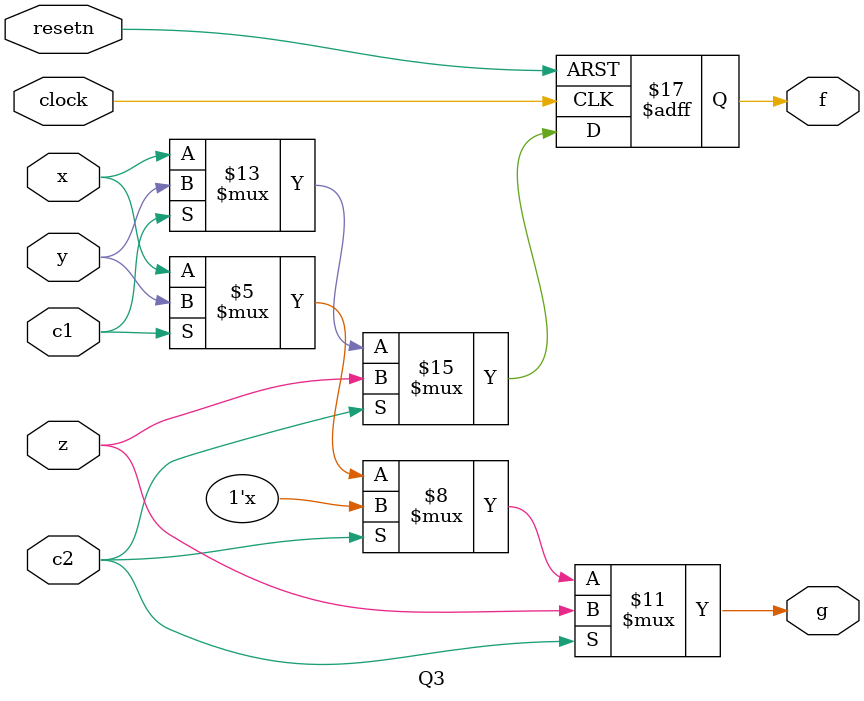
<source format=sv>
module Q3 (input logic resetn, clock, x ,y ,z ,c1 , c2, output logic f, g); 
    always_ff @(posedge clock or negedge resetn )
    begin 
        if(!resetn) begin
         f <= 1'b0;
     end
     else begin
         f <= x ;
         if (c1) f <= y ;
         if (c2) f <= z ;
     end
 end

 always_comb
 begin
     if (c2) g=z ;
     else if (c1) g=y ;
     else g=x ;
 end
endmodule
</source>
